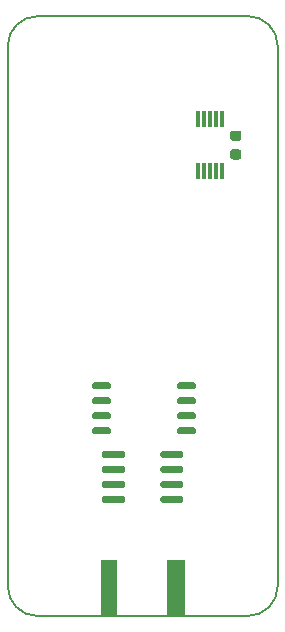
<source format=gbp>
G04 #@! TF.GenerationSoftware,KiCad,Pcbnew,(5.1.6)-1*
G04 #@! TF.CreationDate,2020-08-18T19:06:58+02:00*
G04 #@! TF.ProjectId,Penguino-Feather-4260-v1,50656e67-7569-46e6-9f2d-466561746865,1.1*
G04 #@! TF.SameCoordinates,Original*
G04 #@! TF.FileFunction,Paste,Bot*
G04 #@! TF.FilePolarity,Positive*
%FSLAX46Y46*%
G04 Gerber Fmt 4.6, Leading zero omitted, Abs format (unit mm)*
G04 Created by KiCad (PCBNEW (5.1.6)-1) date 2020-08-18 19:06:58*
%MOMM*%
%LPD*%
G01*
G04 APERTURE LIST*
G04 #@! TA.AperFunction,Profile*
%ADD10C,0.150000*%
G04 #@! TD*
%ADD11R,1.350000X4.700000*%
%ADD12R,1.500000X4.700000*%
%ADD13R,0.300000X1.400000*%
G04 APERTURE END LIST*
D10*
X127000000Y-119380000D02*
G75*
G02*
X124460000Y-116840000I0J2540000D01*
G01*
X147320000Y-116840000D02*
G75*
G02*
X144780000Y-119380000I-2540000J0D01*
G01*
X144780000Y-68580000D02*
G75*
G02*
X147320000Y-71120000I0J-2540000D01*
G01*
X124460000Y-71120000D02*
G75*
G02*
X127000000Y-68580000I2540000J0D01*
G01*
X124460000Y-116840000D02*
X124460000Y-71120000D01*
X144780000Y-119380000D02*
X127000000Y-119380000D01*
X147320000Y-71120000D02*
X147320000Y-116840000D01*
X127000000Y-68580000D02*
X144780000Y-68580000D01*
D11*
X133065000Y-116990000D03*
D12*
X138715000Y-116990000D03*
G36*
G01*
X132440000Y-109655000D02*
X132440000Y-109355000D01*
G75*
G02*
X132590000Y-109205000I150000J0D01*
G01*
X134240000Y-109205000D01*
G75*
G02*
X134390000Y-109355000I0J-150000D01*
G01*
X134390000Y-109655000D01*
G75*
G02*
X134240000Y-109805000I-150000J0D01*
G01*
X132590000Y-109805000D01*
G75*
G02*
X132440000Y-109655000I0J150000D01*
G01*
G37*
G36*
G01*
X132440000Y-108385000D02*
X132440000Y-108085000D01*
G75*
G02*
X132590000Y-107935000I150000J0D01*
G01*
X134240000Y-107935000D01*
G75*
G02*
X134390000Y-108085000I0J-150000D01*
G01*
X134390000Y-108385000D01*
G75*
G02*
X134240000Y-108535000I-150000J0D01*
G01*
X132590000Y-108535000D01*
G75*
G02*
X132440000Y-108385000I0J150000D01*
G01*
G37*
G36*
G01*
X132440000Y-107115000D02*
X132440000Y-106815000D01*
G75*
G02*
X132590000Y-106665000I150000J0D01*
G01*
X134240000Y-106665000D01*
G75*
G02*
X134390000Y-106815000I0J-150000D01*
G01*
X134390000Y-107115000D01*
G75*
G02*
X134240000Y-107265000I-150000J0D01*
G01*
X132590000Y-107265000D01*
G75*
G02*
X132440000Y-107115000I0J150000D01*
G01*
G37*
G36*
G01*
X132440000Y-105845000D02*
X132440000Y-105545000D01*
G75*
G02*
X132590000Y-105395000I150000J0D01*
G01*
X134240000Y-105395000D01*
G75*
G02*
X134390000Y-105545000I0J-150000D01*
G01*
X134390000Y-105845000D01*
G75*
G02*
X134240000Y-105995000I-150000J0D01*
G01*
X132590000Y-105995000D01*
G75*
G02*
X132440000Y-105845000I0J150000D01*
G01*
G37*
G36*
G01*
X137390000Y-105845000D02*
X137390000Y-105545000D01*
G75*
G02*
X137540000Y-105395000I150000J0D01*
G01*
X139190000Y-105395000D01*
G75*
G02*
X139340000Y-105545000I0J-150000D01*
G01*
X139340000Y-105845000D01*
G75*
G02*
X139190000Y-105995000I-150000J0D01*
G01*
X137540000Y-105995000D01*
G75*
G02*
X137390000Y-105845000I0J150000D01*
G01*
G37*
G36*
G01*
X137390000Y-107115000D02*
X137390000Y-106815000D01*
G75*
G02*
X137540000Y-106665000I150000J0D01*
G01*
X139190000Y-106665000D01*
G75*
G02*
X139340000Y-106815000I0J-150000D01*
G01*
X139340000Y-107115000D01*
G75*
G02*
X139190000Y-107265000I-150000J0D01*
G01*
X137540000Y-107265000D01*
G75*
G02*
X137390000Y-107115000I0J150000D01*
G01*
G37*
G36*
G01*
X137390000Y-108385000D02*
X137390000Y-108085000D01*
G75*
G02*
X137540000Y-107935000I150000J0D01*
G01*
X139190000Y-107935000D01*
G75*
G02*
X139340000Y-108085000I0J-150000D01*
G01*
X139340000Y-108385000D01*
G75*
G02*
X139190000Y-108535000I-150000J0D01*
G01*
X137540000Y-108535000D01*
G75*
G02*
X137390000Y-108385000I0J150000D01*
G01*
G37*
G36*
G01*
X137390000Y-109655000D02*
X137390000Y-109355000D01*
G75*
G02*
X137540000Y-109205000I150000J0D01*
G01*
X139190000Y-109205000D01*
G75*
G02*
X139340000Y-109355000I0J-150000D01*
G01*
X139340000Y-109655000D01*
G75*
G02*
X139190000Y-109805000I-150000J0D01*
G01*
X137540000Y-109805000D01*
G75*
G02*
X137390000Y-109655000I0J150000D01*
G01*
G37*
G36*
G01*
X131600000Y-103855000D02*
X131600000Y-103555000D01*
G75*
G02*
X131750000Y-103405000I150000J0D01*
G01*
X133050000Y-103405000D01*
G75*
G02*
X133200000Y-103555000I0J-150000D01*
G01*
X133200000Y-103855000D01*
G75*
G02*
X133050000Y-104005000I-150000J0D01*
G01*
X131750000Y-104005000D01*
G75*
G02*
X131600000Y-103855000I0J150000D01*
G01*
G37*
G36*
G01*
X131600000Y-102585000D02*
X131600000Y-102285000D01*
G75*
G02*
X131750000Y-102135000I150000J0D01*
G01*
X133050000Y-102135000D01*
G75*
G02*
X133200000Y-102285000I0J-150000D01*
G01*
X133200000Y-102585000D01*
G75*
G02*
X133050000Y-102735000I-150000J0D01*
G01*
X131750000Y-102735000D01*
G75*
G02*
X131600000Y-102585000I0J150000D01*
G01*
G37*
G36*
G01*
X131600000Y-101315000D02*
X131600000Y-101015000D01*
G75*
G02*
X131750000Y-100865000I150000J0D01*
G01*
X133050000Y-100865000D01*
G75*
G02*
X133200000Y-101015000I0J-150000D01*
G01*
X133200000Y-101315000D01*
G75*
G02*
X133050000Y-101465000I-150000J0D01*
G01*
X131750000Y-101465000D01*
G75*
G02*
X131600000Y-101315000I0J150000D01*
G01*
G37*
G36*
G01*
X131600000Y-100045000D02*
X131600000Y-99745000D01*
G75*
G02*
X131750000Y-99595000I150000J0D01*
G01*
X133050000Y-99595000D01*
G75*
G02*
X133200000Y-99745000I0J-150000D01*
G01*
X133200000Y-100045000D01*
G75*
G02*
X133050000Y-100195000I-150000J0D01*
G01*
X131750000Y-100195000D01*
G75*
G02*
X131600000Y-100045000I0J150000D01*
G01*
G37*
G36*
G01*
X138800000Y-100045000D02*
X138800000Y-99745000D01*
G75*
G02*
X138950000Y-99595000I150000J0D01*
G01*
X140250000Y-99595000D01*
G75*
G02*
X140400000Y-99745000I0J-150000D01*
G01*
X140400000Y-100045000D01*
G75*
G02*
X140250000Y-100195000I-150000J0D01*
G01*
X138950000Y-100195000D01*
G75*
G02*
X138800000Y-100045000I0J150000D01*
G01*
G37*
G36*
G01*
X138800000Y-101315000D02*
X138800000Y-101015000D01*
G75*
G02*
X138950000Y-100865000I150000J0D01*
G01*
X140250000Y-100865000D01*
G75*
G02*
X140400000Y-101015000I0J-150000D01*
G01*
X140400000Y-101315000D01*
G75*
G02*
X140250000Y-101465000I-150000J0D01*
G01*
X138950000Y-101465000D01*
G75*
G02*
X138800000Y-101315000I0J150000D01*
G01*
G37*
G36*
G01*
X138800000Y-102585000D02*
X138800000Y-102285000D01*
G75*
G02*
X138950000Y-102135000I150000J0D01*
G01*
X140250000Y-102135000D01*
G75*
G02*
X140400000Y-102285000I0J-150000D01*
G01*
X140400000Y-102585000D01*
G75*
G02*
X140250000Y-102735000I-150000J0D01*
G01*
X138950000Y-102735000D01*
G75*
G02*
X138800000Y-102585000I0J150000D01*
G01*
G37*
G36*
G01*
X138800000Y-103855000D02*
X138800000Y-103555000D01*
G75*
G02*
X138950000Y-103405000I150000J0D01*
G01*
X140250000Y-103405000D01*
G75*
G02*
X140400000Y-103555000I0J-150000D01*
G01*
X140400000Y-103855000D01*
G75*
G02*
X140250000Y-104005000I-150000J0D01*
G01*
X138950000Y-104005000D01*
G75*
G02*
X138800000Y-103855000I0J150000D01*
G01*
G37*
G36*
G01*
X143507750Y-78277000D02*
X144020250Y-78277000D01*
G75*
G02*
X144239000Y-78495750I0J-218750D01*
G01*
X144239000Y-78933250D01*
G75*
G02*
X144020250Y-79152000I-218750J0D01*
G01*
X143507750Y-79152000D01*
G75*
G02*
X143289000Y-78933250I0J218750D01*
G01*
X143289000Y-78495750D01*
G75*
G02*
X143507750Y-78277000I218750J0D01*
G01*
G37*
G36*
G01*
X143507750Y-79852000D02*
X144020250Y-79852000D01*
G75*
G02*
X144239000Y-80070750I0J-218750D01*
G01*
X144239000Y-80508250D01*
G75*
G02*
X144020250Y-80727000I-218750J0D01*
G01*
X143507750Y-80727000D01*
G75*
G02*
X143289000Y-80508250I0J218750D01*
G01*
X143289000Y-80070750D01*
G75*
G02*
X143507750Y-79852000I218750J0D01*
G01*
G37*
D13*
X140605000Y-77302000D03*
X141105000Y-77302000D03*
X141605000Y-77302000D03*
X142105000Y-77302000D03*
X142605000Y-77302000D03*
X142605000Y-81702000D03*
X142105000Y-81702000D03*
X141605000Y-81702000D03*
X141105000Y-81702000D03*
X140605000Y-81702000D03*
M02*

</source>
